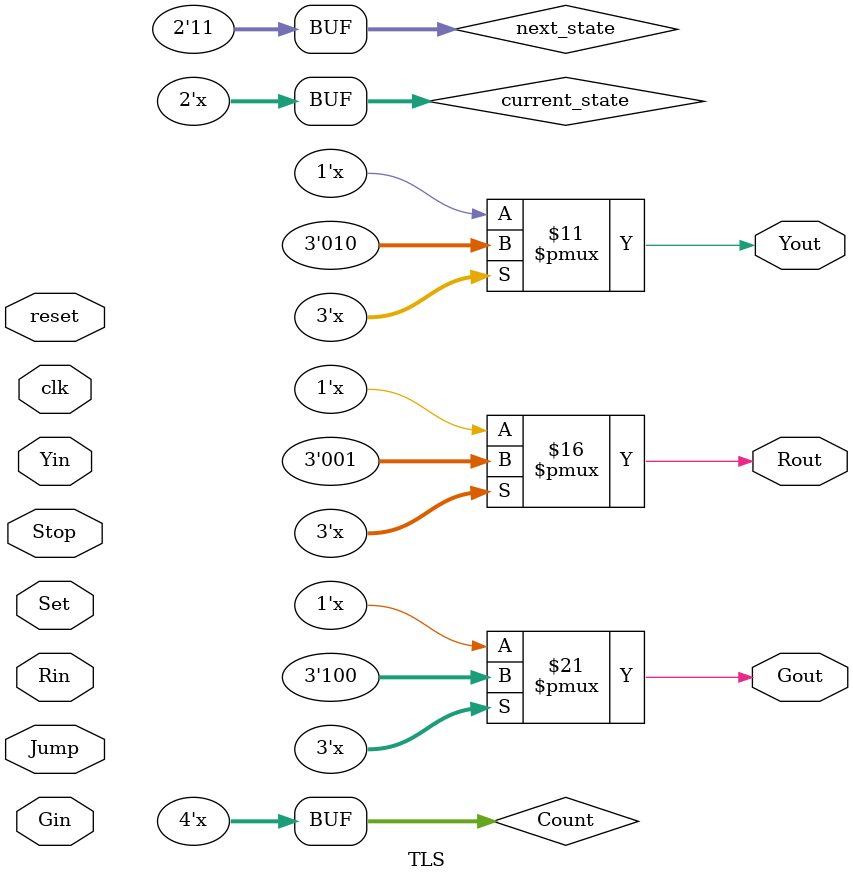
<source format=v>
module TLS(clk, reset, Set, Stop, Jump, Gin, Yin, Rin, Gout, Yout, Rout);
input           clk;
input           reset;
input           Set;
input           Stop;
input           Jump;
input     [3:0] Gin;
input     [3:0] Yin;
input     [3:0] Rin;
output          Gout;
output          Yout;
output          Rout;
reg Gout;
reg Yout;
reg Rout;
reg [3:0] Gtime;
reg [3:0] Ytime;
reg [3:0] Rtime;
reg    [3:0] Count;
reg [1:0] current_state;
reg [1:0] next_state;
parameter [1:0] Idle = 2'b00;
parameter [1:0] S1 = 2'b01;
parameter [1:0] S2 = 2'b10;
parameter [1:0] S3 = 2'b11;


always @(posedge clk) begin
    if(reset)begin
      current_state = Idle;
      Count = 0;
    end
    
    case ({Set,Stop,Jump})
      3'b100:begin
        Gtime = Gin;
        Ytime = Yin;
        Rtime = Rin;
        current_state = S1;
      end

      3'b010:begin
        current_state = current_state;
      end

      3'b001:begin
        current_state = S3;
      end

      default:
        current_state = next_state;
      
    endcase  
end



always @(current_state or Count) begin
    case (current_state)
        Idle:begin
          if(Count==3'b000)
            next_state = S1;
          else
            next_state = Idle;
        end

        S1:begin
          if(Count==Gtime)begin
            Count = 0;
            next_state = S2;
            current_state = next_state;
          end
          else
            next_state = S1;
        end 

        S2:begin
          if(Count==Ytime)begin
            Count = 0;
            next_state = S3;
            current_state = next_state;
          end
          else
            next_state = S2;
        end

        S3:begin
          if(Count==Rtime)begin
            Count = 0;
            next_state = S1;
            current_state = next_state;
          end
          else
            next_state = S3;
        end

        default: 
            next_state = S3;

    endcase
end


always @(posedge clk) begin
    case ({Set,Stop,Jump})
      3'b100:begin
        Count = 0;
      end

      3'b010:begin
        Count = Count;
      end

      3'b001:begin
        Count = 0;
      end

      default:begin
        Count = Count + 1;
      end
    endcase

end

always @(current_state) begin
    case (current_state)
        S1:
            {Gout,Yout,Rout} = 3'b100;
        
        S2:
            {Gout,Yout,Rout} = 3'b010;

        S3:
            {Gout,Yout,Rout} = 3'b001;
    endcase
end


endmodule
</source>
